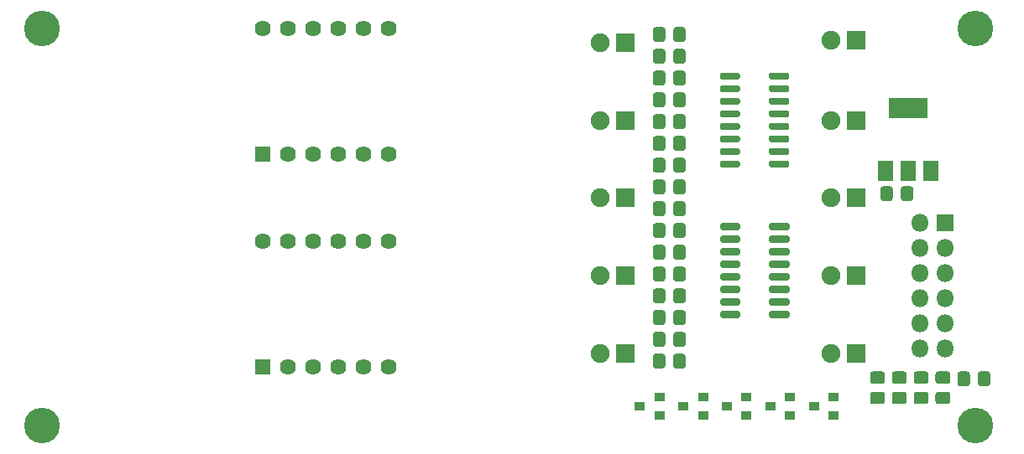
<source format=gbr>
G04 #@! TF.GenerationSoftware,KiCad,Pcbnew,(5.1.6-0-10_14)*
G04 #@! TF.CreationDate,2020-10-10T00:55:13+02:00*
G04 #@! TF.ProjectId,ka3005p_displaydriver,6b613330-3035-4705-9f64-6973706c6179,rev?*
G04 #@! TF.SameCoordinates,Original*
G04 #@! TF.FileFunction,Soldermask,Top*
G04 #@! TF.FilePolarity,Negative*
%FSLAX46Y46*%
G04 Gerber Fmt 4.6, Leading zero omitted, Abs format (unit mm)*
G04 Created by KiCad (PCBNEW (5.1.6-0-10_14)) date 2020-10-10 00:55:13*
%MOMM*%
%LPD*%
G01*
G04 APERTURE LIST*
%ADD10C,3.600000*%
%ADD11C,1.624000*%
%ADD12R,1.624000X1.624000*%
%ADD13R,1.000000X0.900000*%
%ADD14R,1.900000X1.900000*%
%ADD15C,1.900000*%
%ADD16R,1.600000X2.100000*%
%ADD17R,3.900000X2.100000*%
%ADD18R,1.800000X1.800000*%
%ADD19O,1.800000X1.800000*%
G04 APERTURE END LIST*
D10*
X102500000Y-112600000D03*
X196600000Y-112600000D03*
X196600000Y-72500000D03*
X102500000Y-72500000D03*
G36*
G01*
X189105000Y-89648262D02*
X189105000Y-88691738D01*
G75*
G02*
X189376738Y-88420000I271738J0D01*
G01*
X190083262Y-88420000D01*
G75*
G02*
X190355000Y-88691738I0J-271738D01*
G01*
X190355000Y-89648262D01*
G75*
G02*
X190083262Y-89920000I-271738J0D01*
G01*
X189376738Y-89920000D01*
G75*
G02*
X189105000Y-89648262I0J271738D01*
G01*
G37*
G36*
G01*
X187055000Y-89648262D02*
X187055000Y-88691738D01*
G75*
G02*
X187326738Y-88420000I271738J0D01*
G01*
X188033262Y-88420000D01*
G75*
G02*
X188305000Y-88691738I0J-271738D01*
G01*
X188305000Y-89648262D01*
G75*
G02*
X188033262Y-89920000I-271738J0D01*
G01*
X187326738Y-89920000D01*
G75*
G02*
X187055000Y-89648262I0J271738D01*
G01*
G37*
D11*
X137400000Y-72500000D03*
X134860000Y-72500000D03*
X132320000Y-72500000D03*
X129780000Y-72500000D03*
X127240000Y-72500000D03*
X124700000Y-72500000D03*
X137400000Y-85200000D03*
X134860000Y-85200000D03*
X132320000Y-85200000D03*
X129780000Y-85200000D03*
X127240000Y-85200000D03*
D12*
X124700000Y-85200000D03*
G36*
G01*
X188471738Y-109200000D02*
X189428262Y-109200000D01*
G75*
G02*
X189700000Y-109471738I0J-271738D01*
G01*
X189700000Y-110178262D01*
G75*
G02*
X189428262Y-110450000I-271738J0D01*
G01*
X188471738Y-110450000D01*
G75*
G02*
X188200000Y-110178262I0J271738D01*
G01*
X188200000Y-109471738D01*
G75*
G02*
X188471738Y-109200000I271738J0D01*
G01*
G37*
G36*
G01*
X188471738Y-107150000D02*
X189428262Y-107150000D01*
G75*
G02*
X189700000Y-107421738I0J-271738D01*
G01*
X189700000Y-108128262D01*
G75*
G02*
X189428262Y-108400000I-271738J0D01*
G01*
X188471738Y-108400000D01*
G75*
G02*
X188200000Y-108128262I0J271738D01*
G01*
X188200000Y-107421738D01*
G75*
G02*
X188471738Y-107150000I271738J0D01*
G01*
G37*
G36*
G01*
X190671738Y-109200000D02*
X191628262Y-109200000D01*
G75*
G02*
X191900000Y-109471738I0J-271738D01*
G01*
X191900000Y-110178262D01*
G75*
G02*
X191628262Y-110450000I-271738J0D01*
G01*
X190671738Y-110450000D01*
G75*
G02*
X190400000Y-110178262I0J271738D01*
G01*
X190400000Y-109471738D01*
G75*
G02*
X190671738Y-109200000I271738J0D01*
G01*
G37*
G36*
G01*
X190671738Y-107150000D02*
X191628262Y-107150000D01*
G75*
G02*
X191900000Y-107421738I0J-271738D01*
G01*
X191900000Y-108128262D01*
G75*
G02*
X191628262Y-108400000I-271738J0D01*
G01*
X190671738Y-108400000D01*
G75*
G02*
X190400000Y-108128262I0J271738D01*
G01*
X190400000Y-107421738D01*
G75*
G02*
X190671738Y-107150000I271738J0D01*
G01*
G37*
G36*
G01*
X192871738Y-109200000D02*
X193828262Y-109200000D01*
G75*
G02*
X194100000Y-109471738I0J-271738D01*
G01*
X194100000Y-110178262D01*
G75*
G02*
X193828262Y-110450000I-271738J0D01*
G01*
X192871738Y-110450000D01*
G75*
G02*
X192600000Y-110178262I0J271738D01*
G01*
X192600000Y-109471738D01*
G75*
G02*
X192871738Y-109200000I271738J0D01*
G01*
G37*
G36*
G01*
X192871738Y-107150000D02*
X193828262Y-107150000D01*
G75*
G02*
X194100000Y-107421738I0J-271738D01*
G01*
X194100000Y-108128262D01*
G75*
G02*
X193828262Y-108400000I-271738J0D01*
G01*
X192871738Y-108400000D01*
G75*
G02*
X192600000Y-108128262I0J271738D01*
G01*
X192600000Y-107421738D01*
G75*
G02*
X192871738Y-107150000I271738J0D01*
G01*
G37*
D13*
X175950000Y-110650000D03*
X177950000Y-109700000D03*
X177950000Y-111600000D03*
D11*
X137420000Y-94000000D03*
X134880000Y-94000000D03*
X132340000Y-94000000D03*
X129800000Y-94000000D03*
X127260000Y-94000000D03*
X124720000Y-94000000D03*
X137420000Y-106700000D03*
X134880000Y-106700000D03*
X132340000Y-106700000D03*
X129800000Y-106700000D03*
X127260000Y-106700000D03*
D12*
X124720000Y-106700000D03*
D13*
X180350000Y-110650000D03*
X182350000Y-109700000D03*
X182350000Y-111600000D03*
D14*
X161340000Y-81800000D03*
D15*
X158800000Y-81800000D03*
D14*
X184640000Y-73650000D03*
D15*
X182100000Y-73650000D03*
D14*
X184640000Y-97500000D03*
D15*
X182100000Y-97500000D03*
D14*
X161340000Y-105300000D03*
D15*
X158800000Y-105300000D03*
D14*
X184640000Y-89600000D03*
D15*
X182100000Y-89600000D03*
D14*
X161340000Y-89600000D03*
D15*
X158800000Y-89600000D03*
D14*
X161340000Y-73900000D03*
D15*
X158800000Y-73900000D03*
D14*
X184640000Y-81800000D03*
D15*
X182100000Y-81800000D03*
D14*
X184640000Y-105300000D03*
D15*
X182100000Y-105300000D03*
G36*
G01*
X196075000Y-107421738D02*
X196075000Y-108378262D01*
G75*
G02*
X195803262Y-108650000I-271738J0D01*
G01*
X195096738Y-108650000D01*
G75*
G02*
X194825000Y-108378262I0J271738D01*
G01*
X194825000Y-107421738D01*
G75*
G02*
X195096738Y-107150000I271738J0D01*
G01*
X195803262Y-107150000D01*
G75*
G02*
X196075000Y-107421738I0J-271738D01*
G01*
G37*
G36*
G01*
X198125000Y-107421738D02*
X198125000Y-108378262D01*
G75*
G02*
X197853262Y-108650000I-271738J0D01*
G01*
X197146738Y-108650000D01*
G75*
G02*
X196875000Y-108378262I0J271738D01*
G01*
X196875000Y-107421738D01*
G75*
G02*
X197146738Y-107150000I271738J0D01*
G01*
X197853262Y-107150000D01*
G75*
G02*
X198125000Y-107421738I0J-271738D01*
G01*
G37*
G36*
G01*
X186271738Y-109200000D02*
X187228262Y-109200000D01*
G75*
G02*
X187500000Y-109471738I0J-271738D01*
G01*
X187500000Y-110178262D01*
G75*
G02*
X187228262Y-110450000I-271738J0D01*
G01*
X186271738Y-110450000D01*
G75*
G02*
X186000000Y-110178262I0J271738D01*
G01*
X186000000Y-109471738D01*
G75*
G02*
X186271738Y-109200000I271738J0D01*
G01*
G37*
G36*
G01*
X186271738Y-107150000D02*
X187228262Y-107150000D01*
G75*
G02*
X187500000Y-107421738I0J-271738D01*
G01*
X187500000Y-108128262D01*
G75*
G02*
X187228262Y-108400000I-271738J0D01*
G01*
X186271738Y-108400000D01*
G75*
G02*
X186000000Y-108128262I0J271738D01*
G01*
X186000000Y-107421738D01*
G75*
G02*
X186271738Y-107150000I271738J0D01*
G01*
G37*
D13*
X162750000Y-110650000D03*
X164750000Y-109700000D03*
X164750000Y-111600000D03*
X171550000Y-110650000D03*
X173550000Y-109700000D03*
X173550000Y-111600000D03*
X167150000Y-110650000D03*
X169150000Y-109700000D03*
X169150000Y-111600000D03*
D16*
X187550000Y-86850000D03*
X192150000Y-86850000D03*
X189850000Y-86850000D03*
D17*
X189850000Y-80550000D03*
G36*
G01*
X166150000Y-106578262D02*
X166150000Y-105621738D01*
G75*
G02*
X166421738Y-105350000I271738J0D01*
G01*
X167128262Y-105350000D01*
G75*
G02*
X167400000Y-105621738I0J-271738D01*
G01*
X167400000Y-106578262D01*
G75*
G02*
X167128262Y-106850000I-271738J0D01*
G01*
X166421738Y-106850000D01*
G75*
G02*
X166150000Y-106578262I0J271738D01*
G01*
G37*
G36*
G01*
X164100000Y-106578262D02*
X164100000Y-105621738D01*
G75*
G02*
X164371738Y-105350000I271738J0D01*
G01*
X165078262Y-105350000D01*
G75*
G02*
X165350000Y-105621738I0J-271738D01*
G01*
X165350000Y-106578262D01*
G75*
G02*
X165078262Y-106850000I-271738J0D01*
G01*
X164371738Y-106850000D01*
G75*
G02*
X164100000Y-106578262I0J271738D01*
G01*
G37*
G36*
G01*
X166155000Y-91178262D02*
X166155000Y-90221738D01*
G75*
G02*
X166426738Y-89950000I271738J0D01*
G01*
X167133262Y-89950000D01*
G75*
G02*
X167405000Y-90221738I0J-271738D01*
G01*
X167405000Y-91178262D01*
G75*
G02*
X167133262Y-91450000I-271738J0D01*
G01*
X166426738Y-91450000D01*
G75*
G02*
X166155000Y-91178262I0J271738D01*
G01*
G37*
G36*
G01*
X164105000Y-91178262D02*
X164105000Y-90221738D01*
G75*
G02*
X164376738Y-89950000I271738J0D01*
G01*
X165083262Y-89950000D01*
G75*
G02*
X165355000Y-90221738I0J-271738D01*
G01*
X165355000Y-91178262D01*
G75*
G02*
X165083262Y-91450000I-271738J0D01*
G01*
X164376738Y-91450000D01*
G75*
G02*
X164105000Y-91178262I0J271738D01*
G01*
G37*
G36*
G01*
X166155000Y-93378262D02*
X166155000Y-92421738D01*
G75*
G02*
X166426738Y-92150000I271738J0D01*
G01*
X167133262Y-92150000D01*
G75*
G02*
X167405000Y-92421738I0J-271738D01*
G01*
X167405000Y-93378262D01*
G75*
G02*
X167133262Y-93650000I-271738J0D01*
G01*
X166426738Y-93650000D01*
G75*
G02*
X166155000Y-93378262I0J271738D01*
G01*
G37*
G36*
G01*
X164105000Y-93378262D02*
X164105000Y-92421738D01*
G75*
G02*
X164376738Y-92150000I271738J0D01*
G01*
X165083262Y-92150000D01*
G75*
G02*
X165355000Y-92421738I0J-271738D01*
G01*
X165355000Y-93378262D01*
G75*
G02*
X165083262Y-93650000I-271738J0D01*
G01*
X164376738Y-93650000D01*
G75*
G02*
X164105000Y-93378262I0J271738D01*
G01*
G37*
G36*
G01*
X166155000Y-95578262D02*
X166155000Y-94621738D01*
G75*
G02*
X166426738Y-94350000I271738J0D01*
G01*
X167133262Y-94350000D01*
G75*
G02*
X167405000Y-94621738I0J-271738D01*
G01*
X167405000Y-95578262D01*
G75*
G02*
X167133262Y-95850000I-271738J0D01*
G01*
X166426738Y-95850000D01*
G75*
G02*
X166155000Y-95578262I0J271738D01*
G01*
G37*
G36*
G01*
X164105000Y-95578262D02*
X164105000Y-94621738D01*
G75*
G02*
X164376738Y-94350000I271738J0D01*
G01*
X165083262Y-94350000D01*
G75*
G02*
X165355000Y-94621738I0J-271738D01*
G01*
X165355000Y-95578262D01*
G75*
G02*
X165083262Y-95850000I-271738J0D01*
G01*
X164376738Y-95850000D01*
G75*
G02*
X164105000Y-95578262I0J271738D01*
G01*
G37*
G36*
G01*
X166155000Y-97778262D02*
X166155000Y-96821738D01*
G75*
G02*
X166426738Y-96550000I271738J0D01*
G01*
X167133262Y-96550000D01*
G75*
G02*
X167405000Y-96821738I0J-271738D01*
G01*
X167405000Y-97778262D01*
G75*
G02*
X167133262Y-98050000I-271738J0D01*
G01*
X166426738Y-98050000D01*
G75*
G02*
X166155000Y-97778262I0J271738D01*
G01*
G37*
G36*
G01*
X164105000Y-97778262D02*
X164105000Y-96821738D01*
G75*
G02*
X164376738Y-96550000I271738J0D01*
G01*
X165083262Y-96550000D01*
G75*
G02*
X165355000Y-96821738I0J-271738D01*
G01*
X165355000Y-97778262D01*
G75*
G02*
X165083262Y-98050000I-271738J0D01*
G01*
X164376738Y-98050000D01*
G75*
G02*
X164105000Y-97778262I0J271738D01*
G01*
G37*
G36*
G01*
X166155000Y-99978262D02*
X166155000Y-99021738D01*
G75*
G02*
X166426738Y-98750000I271738J0D01*
G01*
X167133262Y-98750000D01*
G75*
G02*
X167405000Y-99021738I0J-271738D01*
G01*
X167405000Y-99978262D01*
G75*
G02*
X167133262Y-100250000I-271738J0D01*
G01*
X166426738Y-100250000D01*
G75*
G02*
X166155000Y-99978262I0J271738D01*
G01*
G37*
G36*
G01*
X164105000Y-99978262D02*
X164105000Y-99021738D01*
G75*
G02*
X164376738Y-98750000I271738J0D01*
G01*
X165083262Y-98750000D01*
G75*
G02*
X165355000Y-99021738I0J-271738D01*
G01*
X165355000Y-99978262D01*
G75*
G02*
X165083262Y-100250000I-271738J0D01*
G01*
X164376738Y-100250000D01*
G75*
G02*
X164105000Y-99978262I0J271738D01*
G01*
G37*
G36*
G01*
X166155000Y-102178262D02*
X166155000Y-101221738D01*
G75*
G02*
X166426738Y-100950000I271738J0D01*
G01*
X167133262Y-100950000D01*
G75*
G02*
X167405000Y-101221738I0J-271738D01*
G01*
X167405000Y-102178262D01*
G75*
G02*
X167133262Y-102450000I-271738J0D01*
G01*
X166426738Y-102450000D01*
G75*
G02*
X166155000Y-102178262I0J271738D01*
G01*
G37*
G36*
G01*
X164105000Y-102178262D02*
X164105000Y-101221738D01*
G75*
G02*
X164376738Y-100950000I271738J0D01*
G01*
X165083262Y-100950000D01*
G75*
G02*
X165355000Y-101221738I0J-271738D01*
G01*
X165355000Y-102178262D01*
G75*
G02*
X165083262Y-102450000I-271738J0D01*
G01*
X164376738Y-102450000D01*
G75*
G02*
X164105000Y-102178262I0J271738D01*
G01*
G37*
G36*
G01*
X166155000Y-104378262D02*
X166155000Y-103421738D01*
G75*
G02*
X166426738Y-103150000I271738J0D01*
G01*
X167133262Y-103150000D01*
G75*
G02*
X167405000Y-103421738I0J-271738D01*
G01*
X167405000Y-104378262D01*
G75*
G02*
X167133262Y-104650000I-271738J0D01*
G01*
X166426738Y-104650000D01*
G75*
G02*
X166155000Y-104378262I0J271738D01*
G01*
G37*
G36*
G01*
X164105000Y-104378262D02*
X164105000Y-103421738D01*
G75*
G02*
X164376738Y-103150000I271738J0D01*
G01*
X165083262Y-103150000D01*
G75*
G02*
X165355000Y-103421738I0J-271738D01*
G01*
X165355000Y-104378262D01*
G75*
G02*
X165083262Y-104650000I-271738J0D01*
G01*
X164376738Y-104650000D01*
G75*
G02*
X164105000Y-104378262I0J271738D01*
G01*
G37*
G36*
G01*
X166150000Y-88978262D02*
X166150000Y-88021738D01*
G75*
G02*
X166421738Y-87750000I271738J0D01*
G01*
X167128262Y-87750000D01*
G75*
G02*
X167400000Y-88021738I0J-271738D01*
G01*
X167400000Y-88978262D01*
G75*
G02*
X167128262Y-89250000I-271738J0D01*
G01*
X166421738Y-89250000D01*
G75*
G02*
X166150000Y-88978262I0J271738D01*
G01*
G37*
G36*
G01*
X164100000Y-88978262D02*
X164100000Y-88021738D01*
G75*
G02*
X164371738Y-87750000I271738J0D01*
G01*
X165078262Y-87750000D01*
G75*
G02*
X165350000Y-88021738I0J-271738D01*
G01*
X165350000Y-88978262D01*
G75*
G02*
X165078262Y-89250000I-271738J0D01*
G01*
X164371738Y-89250000D01*
G75*
G02*
X164100000Y-88978262I0J271738D01*
G01*
G37*
G36*
G01*
X166155000Y-75778262D02*
X166155000Y-74821738D01*
G75*
G02*
X166426738Y-74550000I271738J0D01*
G01*
X167133262Y-74550000D01*
G75*
G02*
X167405000Y-74821738I0J-271738D01*
G01*
X167405000Y-75778262D01*
G75*
G02*
X167133262Y-76050000I-271738J0D01*
G01*
X166426738Y-76050000D01*
G75*
G02*
X166155000Y-75778262I0J271738D01*
G01*
G37*
G36*
G01*
X164105000Y-75778262D02*
X164105000Y-74821738D01*
G75*
G02*
X164376738Y-74550000I271738J0D01*
G01*
X165083262Y-74550000D01*
G75*
G02*
X165355000Y-74821738I0J-271738D01*
G01*
X165355000Y-75778262D01*
G75*
G02*
X165083262Y-76050000I-271738J0D01*
G01*
X164376738Y-76050000D01*
G75*
G02*
X164105000Y-75778262I0J271738D01*
G01*
G37*
G36*
G01*
X166145000Y-77978262D02*
X166145000Y-77021738D01*
G75*
G02*
X166416738Y-76750000I271738J0D01*
G01*
X167123262Y-76750000D01*
G75*
G02*
X167395000Y-77021738I0J-271738D01*
G01*
X167395000Y-77978262D01*
G75*
G02*
X167123262Y-78250000I-271738J0D01*
G01*
X166416738Y-78250000D01*
G75*
G02*
X166145000Y-77978262I0J271738D01*
G01*
G37*
G36*
G01*
X164095000Y-77978262D02*
X164095000Y-77021738D01*
G75*
G02*
X164366738Y-76750000I271738J0D01*
G01*
X165073262Y-76750000D01*
G75*
G02*
X165345000Y-77021738I0J-271738D01*
G01*
X165345000Y-77978262D01*
G75*
G02*
X165073262Y-78250000I-271738J0D01*
G01*
X164366738Y-78250000D01*
G75*
G02*
X164095000Y-77978262I0J271738D01*
G01*
G37*
G36*
G01*
X166155000Y-80178262D02*
X166155000Y-79221738D01*
G75*
G02*
X166426738Y-78950000I271738J0D01*
G01*
X167133262Y-78950000D01*
G75*
G02*
X167405000Y-79221738I0J-271738D01*
G01*
X167405000Y-80178262D01*
G75*
G02*
X167133262Y-80450000I-271738J0D01*
G01*
X166426738Y-80450000D01*
G75*
G02*
X166155000Y-80178262I0J271738D01*
G01*
G37*
G36*
G01*
X164105000Y-80178262D02*
X164105000Y-79221738D01*
G75*
G02*
X164376738Y-78950000I271738J0D01*
G01*
X165083262Y-78950000D01*
G75*
G02*
X165355000Y-79221738I0J-271738D01*
G01*
X165355000Y-80178262D01*
G75*
G02*
X165083262Y-80450000I-271738J0D01*
G01*
X164376738Y-80450000D01*
G75*
G02*
X164105000Y-80178262I0J271738D01*
G01*
G37*
G36*
G01*
X166145000Y-82378262D02*
X166145000Y-81421738D01*
G75*
G02*
X166416738Y-81150000I271738J0D01*
G01*
X167123262Y-81150000D01*
G75*
G02*
X167395000Y-81421738I0J-271738D01*
G01*
X167395000Y-82378262D01*
G75*
G02*
X167123262Y-82650000I-271738J0D01*
G01*
X166416738Y-82650000D01*
G75*
G02*
X166145000Y-82378262I0J271738D01*
G01*
G37*
G36*
G01*
X164095000Y-82378262D02*
X164095000Y-81421738D01*
G75*
G02*
X164366738Y-81150000I271738J0D01*
G01*
X165073262Y-81150000D01*
G75*
G02*
X165345000Y-81421738I0J-271738D01*
G01*
X165345000Y-82378262D01*
G75*
G02*
X165073262Y-82650000I-271738J0D01*
G01*
X164366738Y-82650000D01*
G75*
G02*
X164095000Y-82378262I0J271738D01*
G01*
G37*
G36*
G01*
X166155000Y-73578262D02*
X166155000Y-72621738D01*
G75*
G02*
X166426738Y-72350000I271738J0D01*
G01*
X167133262Y-72350000D01*
G75*
G02*
X167405000Y-72621738I0J-271738D01*
G01*
X167405000Y-73578262D01*
G75*
G02*
X167133262Y-73850000I-271738J0D01*
G01*
X166426738Y-73850000D01*
G75*
G02*
X166155000Y-73578262I0J271738D01*
G01*
G37*
G36*
G01*
X164105000Y-73578262D02*
X164105000Y-72621738D01*
G75*
G02*
X164376738Y-72350000I271738J0D01*
G01*
X165083262Y-72350000D01*
G75*
G02*
X165355000Y-72621738I0J-271738D01*
G01*
X165355000Y-73578262D01*
G75*
G02*
X165083262Y-73850000I-271738J0D01*
G01*
X164376738Y-73850000D01*
G75*
G02*
X164105000Y-73578262I0J271738D01*
G01*
G37*
G36*
G01*
X164095000Y-84578262D02*
X164095000Y-83621738D01*
G75*
G02*
X164366738Y-83350000I271738J0D01*
G01*
X165073262Y-83350000D01*
G75*
G02*
X165345000Y-83621738I0J-271738D01*
G01*
X165345000Y-84578262D01*
G75*
G02*
X165073262Y-84850000I-271738J0D01*
G01*
X164366738Y-84850000D01*
G75*
G02*
X164095000Y-84578262I0J271738D01*
G01*
G37*
G36*
G01*
X166145000Y-84578262D02*
X166145000Y-83621738D01*
G75*
G02*
X166416738Y-83350000I271738J0D01*
G01*
X167123262Y-83350000D01*
G75*
G02*
X167395000Y-83621738I0J-271738D01*
G01*
X167395000Y-84578262D01*
G75*
G02*
X167123262Y-84850000I-271738J0D01*
G01*
X166416738Y-84850000D01*
G75*
G02*
X166145000Y-84578262I0J271738D01*
G01*
G37*
G36*
G01*
X166145000Y-86778262D02*
X166145000Y-85821738D01*
G75*
G02*
X166416738Y-85550000I271738J0D01*
G01*
X167123262Y-85550000D01*
G75*
G02*
X167395000Y-85821738I0J-271738D01*
G01*
X167395000Y-86778262D01*
G75*
G02*
X167123262Y-87050000I-271738J0D01*
G01*
X166416738Y-87050000D01*
G75*
G02*
X166145000Y-86778262I0J271738D01*
G01*
G37*
G36*
G01*
X164095000Y-86778262D02*
X164095000Y-85821738D01*
G75*
G02*
X164366738Y-85550000I271738J0D01*
G01*
X165073262Y-85550000D01*
G75*
G02*
X165345000Y-85821738I0J-271738D01*
G01*
X165345000Y-86778262D01*
G75*
G02*
X165073262Y-87050000I-271738J0D01*
G01*
X164366738Y-87050000D01*
G75*
G02*
X164095000Y-86778262I0J271738D01*
G01*
G37*
G36*
G01*
X175825000Y-92680000D02*
X175825000Y-92330000D01*
G75*
G02*
X176000000Y-92155000I175000J0D01*
G01*
X177700000Y-92155000D01*
G75*
G02*
X177875000Y-92330000I0J-175000D01*
G01*
X177875000Y-92680000D01*
G75*
G02*
X177700000Y-92855000I-175000J0D01*
G01*
X176000000Y-92855000D01*
G75*
G02*
X175825000Y-92680000I0J175000D01*
G01*
G37*
G36*
G01*
X175825000Y-93950000D02*
X175825000Y-93600000D01*
G75*
G02*
X176000000Y-93425000I175000J0D01*
G01*
X177700000Y-93425000D01*
G75*
G02*
X177875000Y-93600000I0J-175000D01*
G01*
X177875000Y-93950000D01*
G75*
G02*
X177700000Y-94125000I-175000J0D01*
G01*
X176000000Y-94125000D01*
G75*
G02*
X175825000Y-93950000I0J175000D01*
G01*
G37*
G36*
G01*
X175825000Y-95220000D02*
X175825000Y-94870000D01*
G75*
G02*
X176000000Y-94695000I175000J0D01*
G01*
X177700000Y-94695000D01*
G75*
G02*
X177875000Y-94870000I0J-175000D01*
G01*
X177875000Y-95220000D01*
G75*
G02*
X177700000Y-95395000I-175000J0D01*
G01*
X176000000Y-95395000D01*
G75*
G02*
X175825000Y-95220000I0J175000D01*
G01*
G37*
G36*
G01*
X175825000Y-96490000D02*
X175825000Y-96140000D01*
G75*
G02*
X176000000Y-95965000I175000J0D01*
G01*
X177700000Y-95965000D01*
G75*
G02*
X177875000Y-96140000I0J-175000D01*
G01*
X177875000Y-96490000D01*
G75*
G02*
X177700000Y-96665000I-175000J0D01*
G01*
X176000000Y-96665000D01*
G75*
G02*
X175825000Y-96490000I0J175000D01*
G01*
G37*
G36*
G01*
X175825000Y-97760000D02*
X175825000Y-97410000D01*
G75*
G02*
X176000000Y-97235000I175000J0D01*
G01*
X177700000Y-97235000D01*
G75*
G02*
X177875000Y-97410000I0J-175000D01*
G01*
X177875000Y-97760000D01*
G75*
G02*
X177700000Y-97935000I-175000J0D01*
G01*
X176000000Y-97935000D01*
G75*
G02*
X175825000Y-97760000I0J175000D01*
G01*
G37*
G36*
G01*
X175825000Y-99030000D02*
X175825000Y-98680000D01*
G75*
G02*
X176000000Y-98505000I175000J0D01*
G01*
X177700000Y-98505000D01*
G75*
G02*
X177875000Y-98680000I0J-175000D01*
G01*
X177875000Y-99030000D01*
G75*
G02*
X177700000Y-99205000I-175000J0D01*
G01*
X176000000Y-99205000D01*
G75*
G02*
X175825000Y-99030000I0J175000D01*
G01*
G37*
G36*
G01*
X175825000Y-100300000D02*
X175825000Y-99950000D01*
G75*
G02*
X176000000Y-99775000I175000J0D01*
G01*
X177700000Y-99775000D01*
G75*
G02*
X177875000Y-99950000I0J-175000D01*
G01*
X177875000Y-100300000D01*
G75*
G02*
X177700000Y-100475000I-175000J0D01*
G01*
X176000000Y-100475000D01*
G75*
G02*
X175825000Y-100300000I0J175000D01*
G01*
G37*
G36*
G01*
X175825000Y-101570000D02*
X175825000Y-101220000D01*
G75*
G02*
X176000000Y-101045000I175000J0D01*
G01*
X177700000Y-101045000D01*
G75*
G02*
X177875000Y-101220000I0J-175000D01*
G01*
X177875000Y-101570000D01*
G75*
G02*
X177700000Y-101745000I-175000J0D01*
G01*
X176000000Y-101745000D01*
G75*
G02*
X175825000Y-101570000I0J175000D01*
G01*
G37*
G36*
G01*
X170875000Y-101570000D02*
X170875000Y-101220000D01*
G75*
G02*
X171050000Y-101045000I175000J0D01*
G01*
X172750000Y-101045000D01*
G75*
G02*
X172925000Y-101220000I0J-175000D01*
G01*
X172925000Y-101570000D01*
G75*
G02*
X172750000Y-101745000I-175000J0D01*
G01*
X171050000Y-101745000D01*
G75*
G02*
X170875000Y-101570000I0J175000D01*
G01*
G37*
G36*
G01*
X170875000Y-100300000D02*
X170875000Y-99950000D01*
G75*
G02*
X171050000Y-99775000I175000J0D01*
G01*
X172750000Y-99775000D01*
G75*
G02*
X172925000Y-99950000I0J-175000D01*
G01*
X172925000Y-100300000D01*
G75*
G02*
X172750000Y-100475000I-175000J0D01*
G01*
X171050000Y-100475000D01*
G75*
G02*
X170875000Y-100300000I0J175000D01*
G01*
G37*
G36*
G01*
X170875000Y-99030000D02*
X170875000Y-98680000D01*
G75*
G02*
X171050000Y-98505000I175000J0D01*
G01*
X172750000Y-98505000D01*
G75*
G02*
X172925000Y-98680000I0J-175000D01*
G01*
X172925000Y-99030000D01*
G75*
G02*
X172750000Y-99205000I-175000J0D01*
G01*
X171050000Y-99205000D01*
G75*
G02*
X170875000Y-99030000I0J175000D01*
G01*
G37*
G36*
G01*
X170875000Y-97760000D02*
X170875000Y-97410000D01*
G75*
G02*
X171050000Y-97235000I175000J0D01*
G01*
X172750000Y-97235000D01*
G75*
G02*
X172925000Y-97410000I0J-175000D01*
G01*
X172925000Y-97760000D01*
G75*
G02*
X172750000Y-97935000I-175000J0D01*
G01*
X171050000Y-97935000D01*
G75*
G02*
X170875000Y-97760000I0J175000D01*
G01*
G37*
G36*
G01*
X170875000Y-96490000D02*
X170875000Y-96140000D01*
G75*
G02*
X171050000Y-95965000I175000J0D01*
G01*
X172750000Y-95965000D01*
G75*
G02*
X172925000Y-96140000I0J-175000D01*
G01*
X172925000Y-96490000D01*
G75*
G02*
X172750000Y-96665000I-175000J0D01*
G01*
X171050000Y-96665000D01*
G75*
G02*
X170875000Y-96490000I0J175000D01*
G01*
G37*
G36*
G01*
X170875000Y-95220000D02*
X170875000Y-94870000D01*
G75*
G02*
X171050000Y-94695000I175000J0D01*
G01*
X172750000Y-94695000D01*
G75*
G02*
X172925000Y-94870000I0J-175000D01*
G01*
X172925000Y-95220000D01*
G75*
G02*
X172750000Y-95395000I-175000J0D01*
G01*
X171050000Y-95395000D01*
G75*
G02*
X170875000Y-95220000I0J175000D01*
G01*
G37*
G36*
G01*
X170875000Y-93950000D02*
X170875000Y-93600000D01*
G75*
G02*
X171050000Y-93425000I175000J0D01*
G01*
X172750000Y-93425000D01*
G75*
G02*
X172925000Y-93600000I0J-175000D01*
G01*
X172925000Y-93950000D01*
G75*
G02*
X172750000Y-94125000I-175000J0D01*
G01*
X171050000Y-94125000D01*
G75*
G02*
X170875000Y-93950000I0J175000D01*
G01*
G37*
G36*
G01*
X170875000Y-92680000D02*
X170875000Y-92330000D01*
G75*
G02*
X171050000Y-92155000I175000J0D01*
G01*
X172750000Y-92155000D01*
G75*
G02*
X172925000Y-92330000I0J-175000D01*
G01*
X172925000Y-92680000D01*
G75*
G02*
X172750000Y-92855000I-175000J0D01*
G01*
X171050000Y-92855000D01*
G75*
G02*
X170875000Y-92680000I0J175000D01*
G01*
G37*
G36*
G01*
X175800000Y-77480000D02*
X175800000Y-77130000D01*
G75*
G02*
X175975000Y-76955000I175000J0D01*
G01*
X177675000Y-76955000D01*
G75*
G02*
X177850000Y-77130000I0J-175000D01*
G01*
X177850000Y-77480000D01*
G75*
G02*
X177675000Y-77655000I-175000J0D01*
G01*
X175975000Y-77655000D01*
G75*
G02*
X175800000Y-77480000I0J175000D01*
G01*
G37*
G36*
G01*
X175800000Y-78750000D02*
X175800000Y-78400000D01*
G75*
G02*
X175975000Y-78225000I175000J0D01*
G01*
X177675000Y-78225000D01*
G75*
G02*
X177850000Y-78400000I0J-175000D01*
G01*
X177850000Y-78750000D01*
G75*
G02*
X177675000Y-78925000I-175000J0D01*
G01*
X175975000Y-78925000D01*
G75*
G02*
X175800000Y-78750000I0J175000D01*
G01*
G37*
G36*
G01*
X175800000Y-80020000D02*
X175800000Y-79670000D01*
G75*
G02*
X175975000Y-79495000I175000J0D01*
G01*
X177675000Y-79495000D01*
G75*
G02*
X177850000Y-79670000I0J-175000D01*
G01*
X177850000Y-80020000D01*
G75*
G02*
X177675000Y-80195000I-175000J0D01*
G01*
X175975000Y-80195000D01*
G75*
G02*
X175800000Y-80020000I0J175000D01*
G01*
G37*
G36*
G01*
X175800000Y-81290000D02*
X175800000Y-80940000D01*
G75*
G02*
X175975000Y-80765000I175000J0D01*
G01*
X177675000Y-80765000D01*
G75*
G02*
X177850000Y-80940000I0J-175000D01*
G01*
X177850000Y-81290000D01*
G75*
G02*
X177675000Y-81465000I-175000J0D01*
G01*
X175975000Y-81465000D01*
G75*
G02*
X175800000Y-81290000I0J175000D01*
G01*
G37*
G36*
G01*
X175800000Y-82560000D02*
X175800000Y-82210000D01*
G75*
G02*
X175975000Y-82035000I175000J0D01*
G01*
X177675000Y-82035000D01*
G75*
G02*
X177850000Y-82210000I0J-175000D01*
G01*
X177850000Y-82560000D01*
G75*
G02*
X177675000Y-82735000I-175000J0D01*
G01*
X175975000Y-82735000D01*
G75*
G02*
X175800000Y-82560000I0J175000D01*
G01*
G37*
G36*
G01*
X175800000Y-83830000D02*
X175800000Y-83480000D01*
G75*
G02*
X175975000Y-83305000I175000J0D01*
G01*
X177675000Y-83305000D01*
G75*
G02*
X177850000Y-83480000I0J-175000D01*
G01*
X177850000Y-83830000D01*
G75*
G02*
X177675000Y-84005000I-175000J0D01*
G01*
X175975000Y-84005000D01*
G75*
G02*
X175800000Y-83830000I0J175000D01*
G01*
G37*
G36*
G01*
X175800000Y-85100000D02*
X175800000Y-84750000D01*
G75*
G02*
X175975000Y-84575000I175000J0D01*
G01*
X177675000Y-84575000D01*
G75*
G02*
X177850000Y-84750000I0J-175000D01*
G01*
X177850000Y-85100000D01*
G75*
G02*
X177675000Y-85275000I-175000J0D01*
G01*
X175975000Y-85275000D01*
G75*
G02*
X175800000Y-85100000I0J175000D01*
G01*
G37*
G36*
G01*
X175800000Y-86370000D02*
X175800000Y-86020000D01*
G75*
G02*
X175975000Y-85845000I175000J0D01*
G01*
X177675000Y-85845000D01*
G75*
G02*
X177850000Y-86020000I0J-175000D01*
G01*
X177850000Y-86370000D01*
G75*
G02*
X177675000Y-86545000I-175000J0D01*
G01*
X175975000Y-86545000D01*
G75*
G02*
X175800000Y-86370000I0J175000D01*
G01*
G37*
G36*
G01*
X170850000Y-86370000D02*
X170850000Y-86020000D01*
G75*
G02*
X171025000Y-85845000I175000J0D01*
G01*
X172725000Y-85845000D01*
G75*
G02*
X172900000Y-86020000I0J-175000D01*
G01*
X172900000Y-86370000D01*
G75*
G02*
X172725000Y-86545000I-175000J0D01*
G01*
X171025000Y-86545000D01*
G75*
G02*
X170850000Y-86370000I0J175000D01*
G01*
G37*
G36*
G01*
X170850000Y-85100000D02*
X170850000Y-84750000D01*
G75*
G02*
X171025000Y-84575000I175000J0D01*
G01*
X172725000Y-84575000D01*
G75*
G02*
X172900000Y-84750000I0J-175000D01*
G01*
X172900000Y-85100000D01*
G75*
G02*
X172725000Y-85275000I-175000J0D01*
G01*
X171025000Y-85275000D01*
G75*
G02*
X170850000Y-85100000I0J175000D01*
G01*
G37*
G36*
G01*
X170850000Y-83830000D02*
X170850000Y-83480000D01*
G75*
G02*
X171025000Y-83305000I175000J0D01*
G01*
X172725000Y-83305000D01*
G75*
G02*
X172900000Y-83480000I0J-175000D01*
G01*
X172900000Y-83830000D01*
G75*
G02*
X172725000Y-84005000I-175000J0D01*
G01*
X171025000Y-84005000D01*
G75*
G02*
X170850000Y-83830000I0J175000D01*
G01*
G37*
G36*
G01*
X170850000Y-82560000D02*
X170850000Y-82210000D01*
G75*
G02*
X171025000Y-82035000I175000J0D01*
G01*
X172725000Y-82035000D01*
G75*
G02*
X172900000Y-82210000I0J-175000D01*
G01*
X172900000Y-82560000D01*
G75*
G02*
X172725000Y-82735000I-175000J0D01*
G01*
X171025000Y-82735000D01*
G75*
G02*
X170850000Y-82560000I0J175000D01*
G01*
G37*
G36*
G01*
X170850000Y-81290000D02*
X170850000Y-80940000D01*
G75*
G02*
X171025000Y-80765000I175000J0D01*
G01*
X172725000Y-80765000D01*
G75*
G02*
X172900000Y-80940000I0J-175000D01*
G01*
X172900000Y-81290000D01*
G75*
G02*
X172725000Y-81465000I-175000J0D01*
G01*
X171025000Y-81465000D01*
G75*
G02*
X170850000Y-81290000I0J175000D01*
G01*
G37*
G36*
G01*
X170850000Y-80020000D02*
X170850000Y-79670000D01*
G75*
G02*
X171025000Y-79495000I175000J0D01*
G01*
X172725000Y-79495000D01*
G75*
G02*
X172900000Y-79670000I0J-175000D01*
G01*
X172900000Y-80020000D01*
G75*
G02*
X172725000Y-80195000I-175000J0D01*
G01*
X171025000Y-80195000D01*
G75*
G02*
X170850000Y-80020000I0J175000D01*
G01*
G37*
G36*
G01*
X170850000Y-78750000D02*
X170850000Y-78400000D01*
G75*
G02*
X171025000Y-78225000I175000J0D01*
G01*
X172725000Y-78225000D01*
G75*
G02*
X172900000Y-78400000I0J-175000D01*
G01*
X172900000Y-78750000D01*
G75*
G02*
X172725000Y-78925000I-175000J0D01*
G01*
X171025000Y-78925000D01*
G75*
G02*
X170850000Y-78750000I0J175000D01*
G01*
G37*
G36*
G01*
X170850000Y-77480000D02*
X170850000Y-77130000D01*
G75*
G02*
X171025000Y-76955000I175000J0D01*
G01*
X172725000Y-76955000D01*
G75*
G02*
X172900000Y-77130000I0J-175000D01*
G01*
X172900000Y-77480000D01*
G75*
G02*
X172725000Y-77655000I-175000J0D01*
G01*
X171025000Y-77655000D01*
G75*
G02*
X170850000Y-77480000I0J175000D01*
G01*
G37*
D18*
X193540000Y-92100000D03*
D19*
X191000000Y-92100000D03*
X193540000Y-94640000D03*
X191000000Y-94640000D03*
X193540000Y-97180000D03*
X191000000Y-97180000D03*
X193540000Y-99720000D03*
X191000000Y-99720000D03*
X193540000Y-102260000D03*
X191000000Y-102260000D03*
X193540000Y-104800000D03*
X191000000Y-104800000D03*
D15*
X158800000Y-97450000D03*
D14*
X161340000Y-97450000D03*
M02*

</source>
